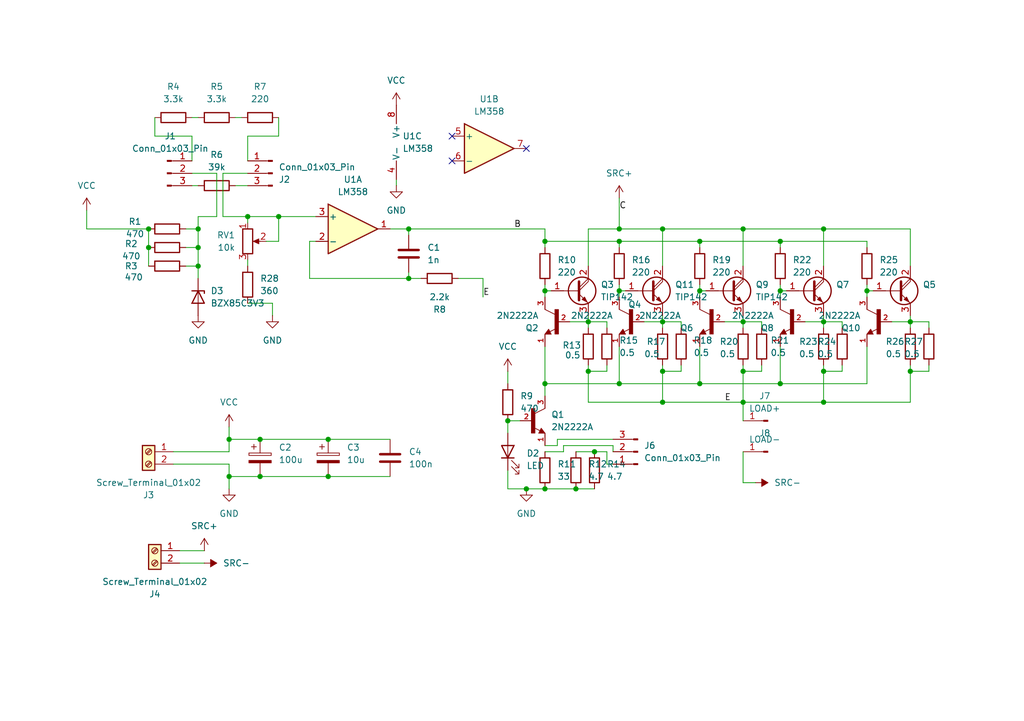
<source format=kicad_sch>
(kicad_sch (version 20250114) (generator "eeschema") (generator_version "9.0")
  (paper "A5")
  (title_block (title "Prueba Placa de Potencia") (date "2025-10-14") (rev "V1"))
  (lib_symbols
    (symbol "2N2222A:2N2222A" (pin_names (offset 1.016))
      (property "Reference" "Q" (at -10.16 7.62 0))
      (property "Value" "2N2222A" (at -10.16 -7.62 0))
      (symbol "2N2222A_0_0"
        (rectangle (start -0.254 -2.54) (end 0.508 2.54) (stroke (width 0.1)) (fill (type outline)))
        (polyline (pts (xy 1.27 -2.54) (xy 1.778 -1.524) (xy 2.54 -2.54) (xy 1.27 -2.54)) (stroke (width 0.1524)) (fill (type outline)))
        (polyline (pts (xy 1.54 -2.04) (xy 0.308 -1.424)) (stroke (width 0.1524)))
        (polyline (pts (xy 2.54 2.54) (xy 0.508 1.524)) (stroke (width 0.1524)))
        (pin passive line (at -2.54 0 0) (length 2.54) (name "~") (number "2"))
        (pin passive line (at 2.54 5.08 270) (length 2.54) (name "~") (number "3"))
        (pin passive line (at 2.54 -5.08 90) (length 2.54) (name "~") (number "1"))
      )
    )
    (symbol "Amplifier_Operational:LM358" (pin_names (offset 0.127))
      (property "Reference" "U" (at 0 5.08 0))
      (property "Value" "LM358" (at 0 -5.08 0))
      (symbol "LM358_1_1"
        (polyline (pts (xy -5.08 5.08) (xy 5.08 0) (xy -5.08 -5.08) (xy -5.08 5.08)) (stroke (width 0.254)) (fill (type background)))
        (pin input line (at -7.62 2.54 0) (length 2.54) (name "+") (number "3"))
        (pin input line (at -7.62 -2.54 0) (length 2.54) (name "-") (number "2"))
        (pin output line (at 7.62 0 180) (length 2.54) (name "~") (number "1"))
      )
      (symbol "LM358_2_1"
        (polyline (pts (xy -5.08 5.08) (xy 5.08 0) (xy -5.08 -5.08) (xy -5.08 5.08)) (stroke (width 0.254)) (fill (type background)))
        (pin input line (at -7.62 2.54 0) (length 2.54) (name "+") (number "5"))
        (pin input line (at -7.62 -2.54 0) (length 2.54) (name "-") (number "6"))
        (pin output line (at 7.62 0 180) (length 2.54) (name "~") (number "7"))
      )
      (symbol "LM358_3_1"
        (pin power_in line (at -2.54 7.62 270) (length 3.81) (name "V+") (number "8"))
        (pin power_in line (at -2.54 -7.62 90) (length 3.81) (name "V-") (number "4"))
      )
    )
    (symbol "Connector:Conn_01x01_Pin" (pin_names (offset 1.016) (hide yes))
      (property "Reference" "J" (at 0 2.54 0))
      (property "Value" "Conn_01x01_Pin" (at 0 -2.54 0))
      (symbol "Conn_01x01_Pin_1_1"
        (rectangle (start 0.8636 0.127) (end 0 -0.127) (stroke (width 0.1524)) (fill (type outline)))
        (polyline (pts (xy 1.27 0) (xy 0.8636 0)) (stroke (width 0.1524)))
        (pin passive line (at 5.08 0 180) (length 3.81) (name "Pin_1") (number "1"))
      )
    )
    (symbol "Connector:Conn_01x03_Pin" (pin_names (offset 1.016) (hide yes))
      (property "Reference" "J" (at 0 5.08 0))
      (property "Value" "Conn_01x03_Pin" (at 0 -5.08 0))
      (symbol "Conn_01x03_Pin_1_1"
        (rectangle (start 0.8636 2.667) (end 0 2.413) (stroke (width 0.1524)) (fill (type outline)))
        (rectangle (start 0.8636 0.127) (end 0 -0.127) (stroke (width 0.1524)) (fill (type outline)))
        (rectangle (start 0.8636 -2.413) (end 0 -2.667) (stroke (width 0.1524)) (fill (type outline)))
        (polyline (pts (xy 1.27 2.54) (xy 0.8636 2.54)) (stroke (width 0.1524)))
        (polyline (pts (xy 1.27 0) (xy 0.8636 0)) (stroke (width 0.1524)))
        (polyline (pts (xy 1.27 -2.54) (xy 0.8636 -2.54)) (stroke (width 0.1524)))
        (pin passive line (at 5.08 2.54 180) (length 3.81) (name "Pin_1") (number "1"))
        (pin passive line (at 5.08 0 180) (length 3.81) (name "Pin_2") (number "2"))
        (pin passive line (at 5.08 -2.54 180) (length 3.81) (name "Pin_3") (number "3"))
      )
    )
    (symbol "Connector:Screw_Terminal_01x02" (pin_names (offset 1.016) (hide yes))
      (property "Reference" "J" (at 0 2.54 0))
      (property "Value" "Screw_Terminal_01x02" (at 0 -5.08 0))
      (symbol "Screw_Terminal_01x02_1_1"
        (rectangle (start -1.27 1.27) (end 1.27 -3.81) (stroke (width 0.254)) (fill (type background)))
        (polyline (pts (xy -0.5334 0.3302) (xy 0.3302 -0.508)) (stroke (width 0.1524)))
        (polyline (pts (xy -0.5334 -2.2098) (xy 0.3302 -3.048)) (stroke (width 0.1524)))
        (polyline (pts (xy -0.3556 0.508) (xy 0.508 -0.3302)) (stroke (width 0.1524)))
        (polyline (pts (xy -0.3556 -2.032) (xy 0.508 -2.8702)) (stroke (width 0.1524)))
        (circle (center 0 0) (radius 0.635) (stroke (width 0.1524)))
        (circle (center 0 -2.54) (radius 0.635) (stroke (width 0.1524)))
        (pin passive line (at -5.08 0 0) (length 3.81) (name "Pin_1") (number "1"))
        (pin passive line (at -5.08 -2.54 0) (length 3.81) (name "Pin_2") (number "2"))
      )
    )
    (symbol "Device:C" (pin_numbers (hide yes)) (pin_names (offset 0.254))
      (property "Reference" "C" (at 0.635 2.54 0))
      (property "Value" "C" (at 0.635 -2.54 0))
      (symbol "C_0_1"
        (polyline (pts (xy -2.032 0.762) (xy 2.032 0.762)) (stroke (width 0.508)))
        (polyline (pts (xy -2.032 -0.762) (xy 2.032 -0.762)) (stroke (width 0.508)))
      )
      (symbol "C_1_1"
        (pin passive line (at 0 3.81 270) (length 2.794) (name "~") (number "1"))
        (pin passive line (at 0 -3.81 90) (length 2.794) (name "~") (number "2"))
      )
    )
    (symbol "Device:C_Polarized" (pin_numbers (hide yes)) (pin_names (offset 0.254))
      (property "Reference" "C" (at 0.635 2.54 0))
      (property "Value" "C_Polarized" (at 0.635 -2.54 0))
      (symbol "C_Polarized_0_1"
        (rectangle (start -2.286 0.508) (end 2.286 1.016))
        (polyline (pts (xy -1.778 2.286) (xy -0.762 2.286)))
        (polyline (pts (xy -1.27 2.794) (xy -1.27 1.778)))
        (rectangle (start 2.286 -0.508) (end -2.286 -1.016) (fill (type outline)))
      )
      (symbol "C_Polarized_1_1"
        (pin passive line (at 0 3.81 270) (length 2.794) (name "~") (number "1"))
        (pin passive line (at 0 -3.81 90) (length 2.794) (name "~") (number "2"))
      )
    )
    (symbol "Device:D_Zener" (pin_numbers (hide yes)) (pin_names (offset 1.016) (hide yes))
      (property "Reference" "D" (at 0 2.54 0))
      (property "Value" "D_Zener" (at 0 -2.54 0))
      (symbol "D_Zener_0_1"
        (polyline (pts (xy -1.27 -1.27) (xy -1.27 1.27) (xy -0.762 1.27)) (stroke (width 0.254)))
        (polyline (pts (xy 1.27 0) (xy -1.27 0)))
        (polyline (pts (xy 1.27 -1.27) (xy 1.27 1.27) (xy -1.27 0) (xy 1.27 -1.27)) (stroke (width 0.254)))
      )
      (symbol "D_Zener_1_1"
        (pin passive line (at -3.81 0 0) (length 2.54) (name "K") (number "1"))
        (pin passive line (at 3.81 0 180) (length 2.54) (name "A") (number "2"))
      )
    )
    (symbol "Device:LED" (pin_numbers (hide yes)) (pin_names (offset 1.016) (hide yes))
      (property "Reference" "D" (at 0 2.54 0))
      (property "Value" "LED" (at 0 -2.54 0))
      (symbol "LED_0_1"
        (polyline (pts (xy -3.048 -0.762) (xy -4.572 -2.286) (xy -3.81 -2.286) (xy -4.572 -2.286) (xy -4.572 -1.524)))
        (polyline (pts (xy -1.778 -0.762) (xy -3.302 -2.286) (xy -2.54 -2.286) (xy -3.302 -2.286) (xy -3.302 -1.524)))
        (polyline (pts (xy -1.27 0) (xy 1.27 0)))
        (polyline (pts (xy -1.27 -1.27) (xy -1.27 1.27)) (stroke (width 0.254)))
        (polyline (pts (xy 1.27 -1.27) (xy 1.27 1.27) (xy -1.27 0) (xy 1.27 -1.27)) (stroke (width 0.254)))
      )
      (symbol "LED_1_1"
        (pin passive line (at -3.81 0 0) (length 2.54) (name "K") (number "1"))
        (pin passive line (at 3.81 0 180) (length 2.54) (name "A") (number "2"))
      )
    )
    (symbol "Device:R" (pin_numbers (hide yes)) (pin_names (offset 0))
      (property "Reference" "R" (at 2.032 0 90))
      (property "Value" "R" (at 0 0 90))
      (symbol "R_0_1"
        (rectangle (start -1.016 -2.54) (end 1.016 2.54) (stroke (width 0.254)))
      )
      (symbol "R_1_1"
        (pin passive line (at 0 3.81 270) (length 1.27) (name "~") (number "1"))
        (pin passive line (at 0 -3.81 90) (length 1.27) (name "~") (number "2"))
      )
    )
    (symbol "Device:R_Potentiometer" (pin_names (offset 1.016) (hide yes))
      (property "Reference" "RV" (at -4.445 0 90))
      (property "Value" "R_Potentiometer" (at -2.54 0 90))
      (symbol "R_Potentiometer_0_1"
        (rectangle (start 1.016 2.54) (end -1.016 -2.54) (stroke (width 0.254)))
        (polyline (pts (xy 1.143 0) (xy 2.286 0.508) (xy 2.286 -0.508) (xy 1.143 0)) (fill (type outline)))
        (polyline (pts (xy 2.54 0) (xy 1.524 0)))
      )
      (symbol "R_Potentiometer_1_1"
        (pin passive line (at 0 3.81 270) (length 1.27) (name "1") (number "1"))
        (pin passive line (at 0 -3.81 90) (length 1.27) (name "3") (number "3"))
        (pin passive line (at 3.81 0 180) (length 1.27) (name "2") (number "2"))
      )
    )
    (symbol "Transistor_BJT:Q_NPN_Darlington_BCE" (pin_names (offset 0) (hide yes))
      (property "Reference" "Q" (at 4.572 1.27 0))
      (property "Value" "Q_NPN_Darlington_BCE" (at 4.572 -1.27 0))
      (symbol "Q_NPN_Darlington_BCE_0_1"
        (polyline (pts (xy -2.54 0) (xy 0.635 0)))
        (polyline (pts (xy 0.635 1.905) (xy 0.635 -1.905)) (stroke (width 0.508)))
        (polyline (pts (xy 0.635 0) (xy 2.54 1.905) (xy 2.54 2.54)))
        (circle (center 1.27 0) (radius 2.8194) (stroke (width 0.254)))
      )
      (symbol "Q_NPN_Darlington_BCE_1_1"
        (polyline (pts (xy 0.635 0.635) (xy 2.54 2.54)))
        (polyline (pts (xy 0.635 -0.635) (xy 2.54 -2.54)))
        (polyline (pts (xy 1.27 -1.778) (xy 1.778 -1.27) (xy 2.286 -2.286) (xy 1.27 -1.778)) (fill (type outline)))
        (pin input line (at -5.08 0 0) (length 2.54) (name "B") (number "1"))
        (pin passive line (at 2.54 5.08 270) (length 2.54) (name "C") (number "2"))
        (pin passive line (at 2.54 -5.08 90) (length 2.54) (name "E") (number "3"))
      )
    )
    (symbol "power:GND" (power) (pin_numbers (hide yes)) (pin_names (offset 0) (hide yes))
      (property "Value" "GND" (at 0 -3.81 0))
      (symbol "GND_0_1"
        (polyline (pts (xy 0 0) (xy 0 -1.27) (xy 1.27 -1.27) (xy 0 -2.54) (xy -1.27 -1.27) (xy 0 -1.27)))
      )
      (symbol "GND_1_1"
        (pin power_in line (at 0 0 270) (length 0) (name "~") (number "1"))
      )
    )
    (symbol "power:PRI_HI" (power) (pin_numbers (hide yes)) (pin_names (offset 0) (hide yes))
      (property "Value" "PRI_HI" (at 0 3.556 0))
      (symbol "PRI_HI_0_1"
        (polyline (pts (xy -0.762 1.27) (xy 0 2.54)))
        (polyline (pts (xy 0 2.54) (xy 0.762 1.27)))
        (polyline (pts (xy 0 0) (xy 0 2.54)))
      )
      (symbol "PRI_HI_1_1"
        (pin power_in line (at 0 0 90) (length 0) (name "~") (number "1"))
      )
    )
    (symbol "power:PRI_LO" (power) (pin_numbers (hide yes)) (pin_names (offset 0) (hide yes))
      (property "Value" "PRI_LO" (at 0 3.556 0))
      (symbol "PRI_LO_0_1"
        (polyline (pts (xy 0 0) (xy 0 2.54)))
        (polyline (pts (xy 0.762 1.27) (xy -0.762 1.27) (xy 0 2.54) (xy 0.762 1.27)) (fill (type outline)))
      )
      (symbol "PRI_LO_1_1"
        (pin power_in line (at 0 0 90) (length 0) (name "~") (number "1"))
      )
    )
    (symbol "power:VCC" (power) (pin_numbers (hide yes)) (pin_names (offset 0) (hide yes))
      (property "Value" "VCC" (at 0 3.556 0))
      (symbol "VCC_0_1"
        (polyline (pts (xy -0.762 1.27) (xy 0 2.54)))
        (polyline (pts (xy 0 2.54) (xy 0.762 1.27)))
        (polyline (pts (xy 0 0) (xy 0 2.54)))
      )
      (symbol "VCC_1_1"
        (pin power_in line (at 0 0 90) (length 0) (name "~") (number "1"))
      )
    )
  )
  (junction (at 120.65 76.2))
  (junction (at 143.51 49.53))
  (junction (at 53.34 97.79))
  (junction (at 168.91 82.55))
  (junction (at 83.82 46.99))
  (junction (at 30.48 46.99))
  (junction (at 46.99 90.17))
  (junction (at 57.15 44.45))
  (junction (at 135.89 76.2))
  (junction (at 40.64 46.99))
  (junction (at 46.99 97.79))
  (junction (at 40.64 50.8))
  (junction (at 107.95 100.33))
  (junction (at 152.4 82.55))
  (junction (at 127 49.53))
  (junction (at 168.91 46.99))
  (junction (at 111.76 49.53))
  (junction (at 83.82 57.15))
  (junction (at 118.11 100.33))
  (junction (at 168.91 66.04))
  (junction (at 152.4 76.2))
  (junction (at 111.76 78.74))
  (junction (at 152.4 46.99))
  (junction (at 160.02 78.74))
  (junction (at 177.8 59.69))
  (junction (at 152.4 66.04))
  (junction (at 111.76 59.69))
  (junction (at 120.65 66.04))
  (junction (at 127 46.99))
  (junction (at 186.69 66.04))
  (junction (at 127 59.69))
  (junction (at 143.51 78.74))
  (junction (at 143.51 59.69))
  (junction (at 67.31 97.79))
  (junction (at 104.14 86.36))
  (junction (at 168.91 76.2))
  (junction (at 127 78.74))
  (junction (at 67.31 90.17))
  (junction (at 50.8 44.45))
  (junction (at 40.64 54.61))
  (junction (at 111.76 100.33))
  (junction (at 121.92 92.71))
  (junction (at 160.02 59.69))
  (junction (at 30.48 50.8))
  (junction (at 160.02 49.53))
  (junction (at 135.89 46.99))
  (junction (at 135.89 66.04))
  (junction (at 186.69 76.2))
  (junction (at 135.89 82.55))
  (junction (at 53.34 90.17))
  (no_connect (at 107.95 30.48))
  (no_connect (at 92.71 33.02))
  (no_connect (at 92.71 27.94))
  (wire (pts (xy 50.8 27.94) (xy 50.8 33.02)))
  (wire (pts (xy 81.28 36.83) (xy 81.28 38.1)))
  (wire (pts (xy 111.76 78.74) (xy 111.76 81.28)))
  (wire (pts (xy 143.51 71.12) (xy 143.51 78.74)))
  (wire (pts (xy 135.89 46.99) (xy 152.4 46.99)))
  (wire (pts (xy 120.65 76.2) (xy 120.65 82.55)))
  (wire (pts (xy 177.8 71.12) (xy 177.8 78.74)))
  (wire (pts (xy 63.5 57.15) (xy 63.5 49.53)))
  (wire (pts (xy 30.48 50.8) (xy 30.48 54.61)))
  (wire (pts (xy 139.7 74.93) (xy 139.7 76.2)))
  (wire (pts (xy 177.8 59.69) (xy 179.07 59.69)))
  (wire (pts (xy 50.8 62.23) (xy 55.88 62.23)))
  (wire (pts (xy 172.72 76.2) (xy 168.91 76.2)))
  (wire (pts (xy 40.64 44.45) (xy 44.45 44.45)))
  (wire (pts (xy 168.91 76.2) (xy 168.91 74.93)))
  (wire (pts (xy 115.57 92.71) (xy 115.57 91.44)))
  (wire (pts (xy 186.69 76.2) (xy 186.69 82.55)))
  (wire (pts (xy 127 59.69) (xy 128.27 59.69)))
  (wire (pts (xy 50.8 44.45) (xy 50.8 45.72)))
  (wire (pts (xy 186.69 66.04) (xy 190.5 66.04)))
  (wire (pts (xy 160.02 58.42) (xy 160.02 59.69)))
  (wire (pts (xy 186.69 46.99) (xy 186.69 54.61)))
  (wire (pts (xy 120.65 66.04) (xy 124.46 66.04)))
  (wire (pts (xy 124.46 95.25) (xy 125.73 95.25)))
  (wire (pts (xy 135.89 66.04) (xy 139.7 66.04)))
  (wire (pts (xy 127 49.53) (xy 127 50.8)))
  (wire (pts (xy 118.11 100.33) (xy 121.92 100.33)))
  (wire (pts (xy 83.82 46.99) (xy 83.82 48.26)))
  (wire (pts (xy 152.4 64.77) (xy 152.4 66.04)))
  (wire (pts (xy 44.45 35.56) (xy 39.37 35.56)))
  (wire (pts (xy 186.69 66.04) (xy 186.69 67.31)))
  (wire (pts (xy 160.02 71.12) (xy 160.02 78.74)))
  (wire (pts (xy 127 58.42) (xy 127 59.69)))
  (wire (pts (xy 39.37 38.1) (xy 40.64 38.1)))
  (wire (pts (xy 121.92 92.71) (xy 124.46 92.71)))
  (wire (pts (xy 104.14 96.52) (xy 104.14 100.33)))
  (wire (pts (xy 135.89 64.77) (xy 135.89 66.04)))
  (wire (pts (xy 39.37 33.02) (xy 39.37 27.94)))
  (wire (pts (xy 116.84 66.04) (xy 120.65 66.04)))
  (wire (pts (xy 186.69 76.2) (xy 186.69 74.93)))
  (wire (pts (xy 177.8 59.69) (xy 177.8 60.96)))
  (wire (pts (xy 152.4 76.2) (xy 152.4 74.93)))
  (wire (pts (xy 120.65 76.2) (xy 120.65 74.93)))
  (wire (pts (xy 143.51 78.74) (xy 160.02 78.74)))
  (wire (pts (xy 99.06 57.15) (xy 99.06 60.96)))
  (wire (pts (xy 190.5 66.04) (xy 190.5 67.31)))
  (wire (pts (xy 111.76 71.12) (xy 111.76 78.74)))
  (wire (pts (xy 143.51 59.69) (xy 143.51 60.96)))
  (wire (pts (xy 46.99 97.79) (xy 46.99 100.33)))
  (wire (pts (xy 35.56 92.71) (xy 46.99 92.71)))
  (wire (pts (xy 111.76 59.69) (xy 113.03 59.69)))
  (wire (pts (xy 120.65 46.99) (xy 127 46.99)))
  (wire (pts (xy 111.76 100.33) (xy 118.11 100.33)))
  (wire (pts (xy 111.76 49.53) (xy 111.76 50.8)))
  (wire (pts (xy 156.21 66.04) (xy 156.21 67.31)))
  (wire (pts (xy 31.75 24.13) (xy 31.75 27.94)))
  (wire (pts (xy 57.15 44.45) (xy 64.77 44.45)))
  (wire (pts (xy 135.89 46.99) (xy 135.89 54.61)))
  (wire (pts (xy 48.26 38.1) (xy 50.8 38.1)))
  (wire (pts (xy 120.65 64.77) (xy 120.65 66.04)))
  (wire (pts (xy 139.7 66.04) (xy 139.7 67.31)))
  (wire (pts (xy 124.46 74.93) (xy 124.46 76.2)))
  (wire (pts (xy 143.51 58.42) (xy 143.51 59.69)))
  (wire (pts (xy 135.89 66.04) (xy 135.89 67.31)))
  (wire (pts (xy 143.51 49.53) (xy 160.02 49.53)))
  (wire (pts (xy 54.61 49.53) (xy 57.15 49.53)))
  (wire (pts (xy 132.08 66.04) (xy 135.89 66.04)))
  (wire (pts (xy 165.1 66.04) (xy 168.91 66.04)))
  (wire (pts (xy 152.4 46.99) (xy 152.4 54.61)))
  (wire (pts (xy 17.78 46.99) (xy 30.48 46.99)))
  (wire (pts (xy 160.02 49.53) (xy 160.02 50.8)))
  (wire (pts (xy 120.65 46.99) (xy 120.65 54.61)))
  (wire (pts (xy 45.72 44.45) (xy 50.8 44.45)))
  (wire (pts (xy 104.14 76.2) (xy 104.14 78.74)))
  (wire (pts (xy 36.83 115.57) (xy 41.91 115.57)))
  (wire (pts (xy 177.8 49.53) (xy 177.8 50.8)))
  (wire (pts (xy 107.95 100.33) (xy 104.14 100.33)))
  (wire (pts (xy 44.45 35.56) (xy 44.45 44.45)))
  (wire (pts (xy 111.76 46.99) (xy 83.82 46.99)))
  (wire (pts (xy 83.82 57.15) (xy 86.36 57.15)))
  (wire (pts (xy 39.37 24.13) (xy 40.64 24.13)))
  (wire (pts (xy 55.88 62.23) (xy 55.88 64.77)))
  (wire (pts (xy 83.82 46.99) (xy 80.01 46.99)))
  (wire (pts (xy 127 40.64) (xy 127 46.99)))
  (wire (pts (xy 17.78 43.18) (xy 17.78 46.99)))
  (wire (pts (xy 127 46.99) (xy 135.89 46.99)))
  (wire (pts (xy 83.82 55.88) (xy 83.82 57.15)))
  (wire (pts (xy 114.3 91.44) (xy 114.3 90.17)))
  (wire (pts (xy 127 59.69) (xy 127 60.96)))
  (wire (pts (xy 168.91 66.04) (xy 168.91 67.31)))
  (wire (pts (xy 114.3 90.17) (xy 125.73 90.17)))
  (wire (pts (xy 127 49.53) (xy 111.76 49.53)))
  (wire (pts (xy 152.4 82.55) (xy 168.91 82.55)))
  (wire (pts (xy 168.91 64.77) (xy 168.91 66.04)))
  (wire (pts (xy 111.76 49.53) (xy 111.76 46.99)))
  (wire (pts (xy 125.73 91.44) (xy 125.73 92.71)))
  (wire (pts (xy 93.98 57.15) (xy 99.06 57.15)))
  (wire (pts (xy 124.46 66.04) (xy 124.46 67.31)))
  (wire (pts (xy 46.99 87.63) (xy 46.99 90.17)))
  (wire (pts (xy 38.1 54.61) (xy 40.64 54.61)))
  (wire (pts (xy 172.72 74.93) (xy 172.72 76.2)))
  (wire (pts (xy 111.76 59.69) (xy 111.76 60.96)))
  (wire (pts (xy 53.34 97.79) (xy 67.31 97.79)))
  (wire (pts (xy 143.51 59.69) (xy 144.78 59.69)))
  (wire (pts (xy 111.76 58.42) (xy 111.76 59.69)))
  (wire (pts (xy 46.99 90.17) (xy 53.34 90.17)))
  (wire (pts (xy 190.5 76.2) (xy 186.69 76.2)))
  (wire (pts (xy 152.4 46.99) (xy 168.91 46.99)))
  (wire (pts (xy 152.4 76.2) (xy 152.4 82.55)))
  (wire (pts (xy 115.57 91.44) (xy 125.73 91.44)))
  (wire (pts (xy 118.11 92.71) (xy 121.92 92.71)))
  (wire (pts (xy 152.4 82.55) (xy 152.4 86.36)))
  (wire (pts (xy 168.91 46.99) (xy 168.91 54.61)))
  (wire (pts (xy 154.94 99.06) (xy 152.4 99.06)))
  (wire (pts (xy 120.65 66.04) (xy 120.65 67.31)))
  (wire (pts (xy 50.8 44.45) (xy 57.15 44.45)))
  (wire (pts (xy 57.15 24.13) (xy 57.15 27.94)))
  (wire (pts (xy 135.89 82.55) (xy 152.4 82.55)))
  (wire (pts (xy 50.8 53.34) (xy 50.8 54.61)))
  (wire (pts (xy 160.02 59.69) (xy 160.02 60.96)))
  (wire (pts (xy 182.88 66.04) (xy 186.69 66.04)))
  (wire (pts (xy 83.82 57.15) (xy 63.5 57.15)))
  (wire (pts (xy 38.1 50.8) (xy 40.64 50.8)))
  (wire (pts (xy 36.83 113.03) (xy 41.91 113.03)))
  (wire (pts (xy 45.72 35.56) (xy 45.72 44.45)))
  (wire (pts (xy 67.31 97.79) (xy 80.01 97.79)))
  (wire (pts (xy 124.46 92.71) (xy 124.46 95.25)))
  (wire (pts (xy 156.21 76.2) (xy 152.4 76.2)))
  (wire (pts (xy 168.91 66.04) (xy 172.72 66.04)))
  (wire (pts (xy 124.46 76.2) (xy 120.65 76.2)))
  (wire (pts (xy 30.48 46.99) (xy 30.48 50.8)))
  (wire (pts (xy 127 71.12) (xy 127 78.74)))
  (wire (pts (xy 46.99 90.17) (xy 46.99 92.71)))
  (wire (pts (xy 63.5 49.53) (xy 64.77 49.53)))
  (wire (pts (xy 40.64 46.99) (xy 40.64 50.8)))
  (wire (pts (xy 156.21 74.93) (xy 156.21 76.2)))
  (wire (pts (xy 111.76 92.71) (xy 115.57 92.71)))
  (wire (pts (xy 168.91 76.2) (xy 168.91 82.55)))
  (wire (pts (xy 111.76 78.74) (xy 127 78.74)))
  (wire (pts (xy 57.15 49.53) (xy 57.15 44.45)))
  (wire (pts (xy 38.1 46.99) (xy 40.64 46.99)))
  (wire (pts (xy 160.02 59.69) (xy 161.29 59.69)))
  (wire (pts (xy 177.8 58.42) (xy 177.8 59.69)))
  (wire (pts (xy 172.72 66.04) (xy 172.72 67.31)))
  (wire (pts (xy 35.56 95.25) (xy 46.99 95.25)))
  (wire (pts (xy 152.4 66.04) (xy 156.21 66.04)))
  (wire (pts (xy 143.51 49.53) (xy 143.51 50.8)))
  (wire (pts (xy 40.64 50.8) (xy 40.64 54.61)))
  (wire (pts (xy 48.26 24.13) (xy 49.53 24.13)))
  (wire (pts (xy 120.65 82.55) (xy 135.89 82.55)))
  (wire (pts (xy 39.37 27.94) (xy 31.75 27.94)))
  (wire (pts (xy 143.51 49.53) (xy 127 49.53)))
  (wire (pts (xy 143.51 78.74) (xy 127 78.74)))
  (wire (pts (xy 40.64 54.61) (xy 40.64 57.15)))
  (wire (pts (xy 186.69 64.77) (xy 186.69 66.04)))
  (wire (pts (xy 152.4 66.04) (xy 152.4 67.31)))
  (wire (pts (xy 148.59 66.04) (xy 152.4 66.04)))
  (wire (pts (xy 104.14 86.36) (xy 104.14 88.9)))
  (wire (pts (xy 168.91 46.99) (xy 186.69 46.99)))
  (wire (pts (xy 160.02 78.74) (xy 177.8 78.74)))
  (wire (pts (xy 160.02 49.53) (xy 177.8 49.53)))
  (wire (pts (xy 46.99 97.79) (xy 53.34 97.79)))
  (wire (pts (xy 46.99 95.25) (xy 46.99 97.79)))
  (wire (pts (xy 67.31 90.17) (xy 80.01 90.17)))
  (wire (pts (xy 40.64 46.99) (xy 40.64 44.45)))
  (wire (pts (xy 139.7 76.2) (xy 135.89 76.2)))
  (wire (pts (xy 45.72 35.56) (xy 50.8 35.56)))
  (wire (pts (xy 135.89 76.2) (xy 135.89 82.55)))
  (wire (pts (xy 190.5 74.93) (xy 190.5 76.2)))
  (wire (pts (xy 135.89 76.2) (xy 135.89 74.93)))
  (wire (pts (xy 53.34 90.17) (xy 67.31 90.17)))
  (wire (pts (xy 152.4 92.71) (xy 152.4 99.06)))
  (wire (pts (xy 168.91 82.55) (xy 186.69 82.55)))
  (wire (pts (xy 107.95 100.33) (xy 111.76 100.33)))
  (wire (pts (xy 111.76 91.44) (xy 114.3 91.44)))
  (wire (pts (xy 57.15 27.94) (xy 50.8 27.94)))
  (wire (pts (xy 104.14 86.36) (xy 106.68 86.36)))
  (label "E" (at 148.59 82.55 0))
  (label "B" (at 105.41 46.99 0))
  (label "E" (at 99.06 60.96 0))
  (label "C" (at 127 43.18 0))
  (symbol (lib_id "power:PRI_HI") (at 127 40.64 0) (unit 1)
    (property "Reference" "#PWR012" (effects (hide yes)))
    (property "Value" "SRC+" (at 127 35.56 0))
    (property "Description" "Power symbol creates a global label with name \"PRI_HI\"" (effects (hide yes)))
  )
  (symbol (lib_id "Device:R") (at 139.7 71.12 0) (unit 1)
    (property "Reference" "R18" (at 142.24 69.8499 0) (effects (justify left)))
    (property "Value" "0.5" (at 142.24 72.3899 0) (effects (justify left)))
    (property "Footprint" "Resistor_THT:R_Axial_DIN0309_L9.0mm_D3.2mm_P12.70mm_Horizontal" (effects (hide yes)))
    (property "Description" "Resistor" (effects (hide yes)))
  )
  (symbol (lib_id "power:GND") (at 81.28 38.1 0) (unit 1)
    (property "Reference" "#PWR04" (effects (hide yes)))
    (property "Value" "GND" (at 81.28 43.18 0))
    (property "Description" "Power symbol creates a global label with name \"GND\" , ground" (effects (hide yes)))
  )
  (symbol (lib_id "Device:R") (at 111.76 54.61 0) (unit 1)
    (property "Reference" "R10" (at 114.3 53.3399 0) (effects (justify left)))
    (property "Value" "220" (at 114.3 55.8799 0) (effects (justify left)))
    (property "Footprint" "Resistor_THT:R_Axial_DIN0207_L6.3mm_D2.5mm_P7.62mm_Horizontal" (effects (hide yes)))
    (property "Description" "Resistor" (effects (hide yes)))
  )
  (symbol (lib_id "Device:R") (at 53.34 24.13 90) (unit 1)
    (property "Reference" "R7" (at 53.34 17.78 90))
    (property "Value" "220" (at 53.34 20.32 90))
    (property "Footprint" "Resistor_THT:R_Axial_DIN0207_L6.3mm_D2.5mm_P7.62mm_Horizontal" (effects (hide yes)))
    (property "Description" "Resistor" (effects (hide yes)))
  )
  (symbol (lib_id "Device:R") (at 168.91 71.12 0) (unit 1)
    (property "Reference" "R23" (at 163.83 70.104 0) (effects (justify left)))
    (property "Value" "0.5" (at 163.83 72.644 0) (effects (justify left)))
    (property "Footprint" "Resistor_THT:R_Axial_DIN0309_L9.0mm_D3.2mm_P12.70mm_Horizontal" (effects (hide yes)))
    (property "Description" "Resistor" (effects (hide yes)))
  )
  (symbol (lib_id "Device:R") (at 118.11 96.52 0) (unit 1)
    (property "Reference" "R12" (at 120.65 95.2499 0) (effects (justify left)))
    (property "Value" "4.7" (at 120.65 97.7899 0) (effects (justify left)))
    (property "Footprint" "Resistor_THT:R_Axial_DIN0207_L6.3mm_D2.5mm_P7.62mm_Horizontal" (effects (hide yes)))
    (property "Description" "Resistor" (effects (hide yes)))
  )
  (symbol (lib_id "power:GND") (at 46.99 100.33 0) (unit 1)
    (property "Reference" "#PWR08" (effects (hide yes)))
    (property "Value" "GND" (at 46.99 105.41 0))
    (property "Description" "Power symbol creates a global label with name \"GND\" , ground" (effects (hide yes)))
  )
  (symbol (lib_id "Device:R") (at 152.4 71.12 0) (unit 1)
    (property "Reference" "R20" (at 147.574 70.104 0) (effects (justify left)))
    (property "Value" "0.5" (at 147.574 72.644 0) (effects (justify left)))
    (property "Footprint" "Resistor_THT:R_Axial_DIN0309_L9.0mm_D3.2mm_P12.70mm_Horizontal" (effects (hide yes)))
    (property "Description" "Resistor" (effects (hide yes)))
  )
  (symbol (lib_id "2N2222A:2N2222A") (at 109.22 86.36 0) (unit 1)
    (property "Reference" "Q1" (at 113.03 85.0899 0) (effects (justify left)))
    (property "Value" "2N2222A" (at 113.03 87.6299 0) (effects (justify left)))
    (property "Footprint" "Package_TO_SOT_THT:TO-92L_Inline_Wide" (effects (hide yes)))
    (property "MF" "Diotec Semiconductor" (effects (hide yes)))
    (property "SNAPEDA_PACKAGE_ID" "121774" (effects (hide yes)))
    (property "Package" "TO-92 Diotec" (effects (hide yes)))
    (property "Price" "None" (effects (hide yes)))
    (property "Check_prices" "https://www.snapeda.com/parts/2N2222A/Diotec/view-part/?ref=eda" (effects (hide yes)))
    (property "STANDARD" "IPC 7351B" (effects (hide yes)))
    (property "PARTREV" "N/A" (effects (hide yes)))
    (property "SnapEDA_Link" "https://www.snapeda.com/parts/2N2222A/Diotec/view-part/?ref=snap" (effects (hide yes)))
    (property "MP" "2N2222A" (effects (hide yes)))
    (property "Description_1" "BJT, TO-92, 40V, 600mA, NPN, 0.625W, 150°C" (effects (hide yes)))
    (property "MANUFACTURER" "Diotec Semiconductor" (effects (hide yes)))
    (property "Availability" "In Stock" (effects (hide yes)))
    (property "MAXIMUM_PACKAGE_HEIGHT" "7.5 mm" (effects (hide yes)))
  )
  (symbol (lib_id "Device:R") (at 172.72 71.12 0) (unit 1)
    (property "Reference" "R24" (at 167.64 70.104 0) (effects (justify left)))
    (property "Value" "0.5" (at 167.64 72.644 0) (effects (justify left)))
    (property "Footprint" "Resistor_THT:R_Axial_DIN0309_L9.0mm_D3.2mm_P12.70mm_Horizontal" (effects (hide yes)))
    (property "Description" "Resistor" (effects (hide yes)))
  )
  (symbol (lib_id "Device:R") (at 160.02 54.61 0) (unit 1)
    (property "Reference" "R22" (at 162.56 53.3399 0) (effects (justify left)))
    (property "Value" "220" (at 162.56 55.8799 0) (effects (justify left)))
    (property "Footprint" "Resistor_THT:R_Axial_DIN0207_L6.3mm_D2.5mm_P7.62mm_Horizontal" (effects (hide yes)))
    (property "Description" "Resistor" (effects (hide yes)))
  )
  (symbol (lib_id "Connector:Screw_Terminal_01x02") (at 31.75 113.03 0) (mirror y) (unit 1)
    (property "Reference" "J4" (at 31.75 121.92 0))
    (property "Value" "Screw_Terminal_01x02" (at 31.75 119.38 0))
    (property "Footprint" "TerminalBlock_4Ucon:TerminalBlock_4Ucon_1x02_P3.50mm_Horizontal" (effects (hide yes)))
    (property "Description" "Generic screw terminal, single row, 01x02, script generated (kicad-library-utils/schlib/autogen/connector/)" (effects (hide yes)))
  )
  (symbol (lib_id "Device:R") (at 34.29 46.99 90) (unit 1)
    (property "Reference" "R1" (at 27.686 45.466 90))
    (property "Value" "470" (at 27.686 48.006 90))
    (property "Footprint" "Resistor_THT:R_Axial_DIN0207_L6.3mm_D2.5mm_P7.62mm_Horizontal" (effects (hide yes)))
    (property "Description" "Resistor" (effects (hide yes)))
  )
  (symbol (lib_id "Device:R") (at 190.5 71.12 0) (unit 1)
    (property "Reference" "R27" (at 185.42 70.104 0) (effects (justify left)))
    (property "Value" "0.5" (at 185.42 72.644 0) (effects (justify left)))
    (property "Footprint" "Resistor_THT:R_Axial_DIN0309_L9.0mm_D3.2mm_P12.70mm_Horizontal" (effects (hide yes)))
    (property "Description" "Resistor" (effects (hide yes)))
  )
  (symbol (lib_id "Device:LED") (at 104.14 92.71 90) (unit 1)
    (property "Reference" "D2" (at 107.95 93.0274 90) (effects (justify right)))
    (property "Value" "LED" (at 107.95 95.5674 90) (effects (justify right)))
    (property "Footprint" "LED_THT:LED_D3.0mm" (effects (hide yes)))
    (property "Description" "Light emitting diode" (effects (hide yes)))
    (property "Sim.Pins" "1=K 2=A" (effects (hide yes)))
  )
  (symbol (lib_id "power:VCC") (at 46.99 87.63 0) (unit 1)
    (property "Reference" "#PWR09" (effects (hide yes)))
    (property "Value" "VCC" (at 46.99 82.55 0))
    (property "Description" "Power symbol creates a global label with name \"VCC\"" (effects (hide yes)))
  )
  (symbol (lib_id "Connector:Conn_01x03_Pin") (at 55.88 35.56 0) (mirror y) (unit 1)
    (property "Reference" "J2" (at 57.15 36.8301 0) (effects (justify right)))
    (property "Value" "Conn_01x03_Pin" (at 57.15 34.2901 0) (effects (justify right)))
    (property "Footprint" "Connector_PinHeader_2.54mm:PinHeader_1x03_P2.54mm_Vertical" (effects (hide yes)))
    (property "Description" "Generic connector, single row, 01x03, script generated" (effects (hide yes)))
  )
  (symbol (lib_id "2N2222A:2N2222A") (at 162.56 66.04 0) (mirror y) (unit 1)
    (property "Reference" "Q8" (at 158.75 67.3101 0) (effects (justify left)))
    (property "Value" "2N2222A" (at 158.75 64.7701 0) (effects (justify left)))
    (property "Footprint" "Package_TO_SOT_THT:TO-92L_Inline_Wide" (effects (hide yes)))
    (property "MF" "Diotec Semiconductor" (effects (hide yes)))
    (property "SNAPEDA_PACKAGE_ID" "121774" (effects (hide yes)))
    (property "Package" "TO-92 Diotec" (effects (hide yes)))
    (property "Price" "None" (effects (hide yes)))
    (property "Check_prices" "https://www.snapeda.com/parts/2N2222A/Diotec/view-part/?ref=eda" (effects (hide yes)))
    (property "STANDARD" "IPC 7351B" (effects (hide yes)))
    (property "PARTREV" "N/A" (effects (hide yes)))
    (property "SnapEDA_Link" "https://www.snapeda.com/parts/2N2222A/Diotec/view-part/?ref=snap" (effects (hide yes)))
    (property "MP" "2N2222A" (effects (hide yes)))
    (property "Description_1" "BJT, TO-92, 40V, 600mA, NPN, 0.625W, 150°C" (effects (hide yes)))
    (property "MANUFACTURER" "Diotec Semiconductor" (effects (hide yes)))
    (property "Availability" "In Stock" (effects (hide yes)))
    (property "MAXIMUM_PACKAGE_HEIGHT" "7.5 mm" (effects (hide yes)))
  )
  (symbol (lib_id "Device:R") (at 50.8 58.42 0) (unit 1)
    (property "Reference" "R28" (at 53.34 57.1499 0) (effects (justify left)))
    (property "Value" "360" (at 53.34 59.6899 0) (effects (justify left)))
    (property "Footprint" "Resistor_THT:R_Axial_DIN0207_L6.3mm_D2.5mm_P7.62mm_Horizontal" (effects (hide yes)))
    (property "Description" "Resistor" (effects (hide yes)))
  )
  (symbol (lib_id "Device:R") (at 34.29 54.61 90) (unit 1)
    (property "Reference" "R3" (at 26.924 54.61 90))
    (property "Value" "470" (at 27.432 56.896 90))
    (property "Footprint" "Resistor_THT:R_Axial_DIN0207_L6.3mm_D2.5mm_P7.62mm_Horizontal" (effects (hide yes)))
    (property "Description" "Resistor" (effects (hide yes)))
  )
  (symbol (lib_id "2N2222A:2N2222A") (at 146.05 66.04 0) (mirror y) (unit 1)
    (property "Reference" "Q6" (at 142.24 67.3101 0) (effects (justify left)))
    (property "Value" "2N2222A" (at 139.7 64.77 0) (effects (justify left)))
    (property "Footprint" "Package_TO_SOT_THT:TO-92L_Inline_Wide" (effects (hide yes)))
    (property "MF" "Diotec Semiconductor" (effects (hide yes)))
    (property "SNAPEDA_PACKAGE_ID" "121774" (effects (hide yes)))
    (property "Package" "TO-92 Diotec" (effects (hide yes)))
    (property "Price" "None" (effects (hide yes)))
    (property "Check_prices" "https://www.snapeda.com/parts/2N2222A/Diotec/view-part/?ref=eda" (effects (hide yes)))
    (property "STANDARD" "IPC 7351B" (effects (hide yes)))
    (property "PARTREV" "N/A" (effects (hide yes)))
    (property "SnapEDA_Link" "https://www.snapeda.com/parts/2N2222A/Diotec/view-part/?ref=snap" (effects (hide yes)))
    (property "MP" "2N2222A" (effects (hide yes)))
    (property "Description_1" "BJT, TO-92, 40V, 600mA, NPN, 0.625W, 150°C" (effects (hide yes)))
    (property "MANUFACTURER" "Diotec Semiconductor" (effects (hide yes)))
    (property "Availability" "In Stock" (effects (hide yes)))
    (property "MAXIMUM_PACKAGE_HEIGHT" "7.5 mm" (effects (hide yes)))
  )
  (symbol (lib_id "power:PRI_HI") (at 41.91 113.03 0) (unit 1)
    (property "Reference" "#PWR05" (effects (hide yes)))
    (property "Value" "SRC+" (at 41.91 107.95 0))
    (property "Description" "Power symbol creates a global label with name \"PRI_HI\"" (effects (hide yes)))
  )
  (symbol (lib_id "Transistor_BJT:Q_NPN_Darlington_BCE") (at 149.86 59.69 0) (unit 1)
    (property "Reference" "Q9" (at 154.94 58.4199 0) (effects (justify left)))
    (property "Value" "TIP142" (at 154.94 60.9599 0) (effects (justify left)))
    (property "Footprint" "Package_TO_SOT_THT:TO-247-3_Vertical" (effects (hide yes)))
    (property "Description" "NPN Darlington transistor, base/collector/emitter" (effects (hide yes)))
  )
  (symbol (lib_id "Device:R") (at 104.14 82.55 0) (unit 1)
    (property "Reference" "R9" (at 106.68 81.2799 0) (effects (justify left)))
    (property "Value" "470" (at 106.68 83.8199 0) (effects (justify left)))
    (property "Footprint" "Resistor_THT:R_Axial_DIN0207_L6.3mm_D2.5mm_P7.62mm_Horizontal" (effects (hide yes)))
    (property "Description" "Resistor" (effects (hide yes)))
  )
  (symbol (lib_id "Device:R") (at 143.51 54.61 0) (unit 1)
    (property "Reference" "R19" (at 146.05 53.3399 0) (effects (justify left)))
    (property "Value" "220" (at 146.05 55.8799 0) (effects (justify left)))
    (property "Footprint" "Resistor_THT:R_Axial_DIN0207_L6.3mm_D2.5mm_P7.62mm_Horizontal" (effects (hide yes)))
    (property "Description" "Resistor" (effects (hide yes)))
  )
  (symbol (lib_id "power:GND") (at 55.88 64.77 0) (unit 1)
    (property "Reference" "#PWR02" (effects (hide yes)))
    (property "Value" "GND" (at 55.88 69.85 0))
    (property "Description" "Power symbol creates a global label with name \"GND\" , ground" (effects (hide yes)))
  )
  (symbol (lib_id "Device:R") (at 35.56 24.13 90) (unit 1)
    (property "Reference" "R4" (at 35.56 17.78 90))
    (property "Value" "3.3k" (at 35.56 20.32 90))
    (property "Footprint" "Resistor_THT:R_Axial_DIN0207_L6.3mm_D2.5mm_P7.62mm_Horizontal" (effects (hide yes)))
    (property "Description" "Resistor" (effects (hide yes)))
  )
  (symbol (lib_id "Transistor_BJT:Q_NPN_Darlington_BCE") (at 118.11 59.69 0) (unit 1)
    (property "Reference" "Q3" (at 123.19 58.4199 0) (effects (justify left)))
    (property "Value" "TIP142" (at 123.19 60.9599 0) (effects (justify left)))
    (property "Footprint" "Package_TO_SOT_THT:TO-247-3_Vertical" (effects (hide yes)))
    (property "Description" "NPN Darlington transistor, base/collector/emitter" (effects (hide yes)))
  )
  (symbol (lib_id "Device:R") (at 177.8 54.61 0) (unit 1)
    (property "Reference" "R25" (at 180.34 53.3399 0) (effects (justify left)))
    (property "Value" "220" (at 180.34 55.8799 0) (effects (justify left)))
    (property "Footprint" "Resistor_THT:R_Axial_DIN0207_L6.3mm_D2.5mm_P7.62mm_Horizontal" (effects (hide yes)))
    (property "Description" "Resistor" (effects (hide yes)))
  )
  (symbol (lib_id "Connector:Conn_01x01_Pin") (at 157.48 86.36 180) (unit 1)
    (property "Reference" "J7" (at 156.845 81.28 0))
    (property "Value" "LOAD+" (at 156.845 83.82 0))
    (property "Footprint" "MountingHole:MountingHole_4.3mm_M4_DIN965_Pad" (effects (hide yes)))
    (property "Description" "Generic connector, single row, 01x01, script generated" (effects (hide yes)))
  )
  (symbol (lib_id "Device:R") (at 44.45 38.1 90) (unit 1)
    (property "Reference" "R6" (at 44.45 31.75 90))
    (property "Value" "39k" (at 44.45 34.29 90))
    (property "Footprint" "Resistor_THT:R_Axial_DIN0207_L6.3mm_D2.5mm_P7.62mm_Horizontal" (effects (hide yes)))
    (property "Description" "Resistor" (effects (hide yes)))
  )
  (symbol (lib_id "Device:D_Zener") (at 40.64 60.96 270) (unit 1)
    (property "Reference" "D3" (at 43.18 59.6899 90) (effects (justify left)))
    (property "Value" "BZX85C3V3" (at 43.18 62.2299 90) (effects (justify left)))
    (property "Footprint" "Diode_THT:D_T-1_P5.08mm_Horizontal" (effects (hide yes)))
    (property "Description" "Zener diode" (effects (hide yes)))
  )
  (symbol (lib_id "Device:R") (at 186.69 71.12 0) (unit 1)
    (property "Reference" "R26" (at 181.61 70.104 0) (effects (justify left)))
    (property "Value" "0.5" (at 181.61 72.644 0) (effects (justify left)))
    (property "Footprint" "Resistor_THT:R_Axial_DIN0309_L9.0mm_D3.2mm_P12.70mm_Horizontal" (effects (hide yes)))
    (property "Description" "Resistor" (effects (hide yes)))
  )
  (symbol (lib_id "Connector:Screw_Terminal_01x02") (at 30.48 92.71 0) (mirror y) (unit 1)
    (property "Reference" "J3" (at 30.48 101.6 0))
    (property "Value" "Screw_Terminal_01x02" (at 30.48 99.06 0))
    (property "Footprint" "TerminalBlock_4Ucon:TerminalBlock_4Ucon_1x02_P3.50mm_Horizontal" (effects (hide yes)))
    (property "Description" "Generic screw terminal, single row, 01x02, script generated (kicad-library-utils/schlib/autogen/connector/)" (effects (hide yes)))
  )
  (symbol (lib_id "power:VCC") (at 104.14 76.2 0) (unit 1)
    (property "Reference" "#PWR010" (effects (hide yes)))
    (property "Value" "VCC" (at 104.14 71.12 0))
    (property "Description" "Power symbol creates a global label with name \"VCC\"" (effects (hide yes)))
  )
  (symbol (lib_id "Transistor_BJT:Q_NPN_Darlington_BCE") (at 166.37 59.69 0) (unit 1)
    (property "Reference" "Q7" (at 171.45 58.4199 0) (effects (justify left)))
    (property "Value" "TIP142" (effects (hide yes)))
    (property "Footprint" "Package_TO_SOT_THT:TO-247-3_Vertical" (effects (hide yes)))
    (property "Description" "NPN Darlington transistor, base/collector/emitter" (effects (hide yes)))
  )
  (symbol (lib_id "power:GND") (at 40.64 64.77 0) (unit 1)
    (property "Reference" "#PWR01" (effects (hide yes)))
    (property "Value" "GND" (at 40.64 69.85 0))
    (property "Description" "Power symbol creates a global label with name \"GND\" , ground" (effects (hide yes)))
  )
  (symbol (lib_id "Device:R") (at 34.29 50.8 90) (unit 1)
    (property "Reference" "R2" (at 26.924 50.038 90))
    (property "Value" "470" (at 26.924 52.578 90))
    (property "Footprint" "Resistor_THT:R_Axial_DIN0207_L6.3mm_D2.5mm_P7.62mm_Horizontal" (effects (hide yes)))
    (property "Description" "Resistor" (effects (hide yes)))
  )
  (symbol (lib_id "Amplifier_Operational:LM358") (at 100.33 30.48 0) (unit 2)
    (property "Reference" "U1" (at 100.33 20.32 0))
    (property "Value" "LM358" (at 100.33 22.86 0))
    (property "Footprint" "Package_DIP:DIP-8_W7.62mm_Socket" (effects (hide yes)))
    (property "Datasheet" "http://www.ti.com/lit/ds/symlink/lm2904-n.pdf" (effects (hide yes)))
    (property "Description" "Low-Power, Dual Operational Amplifiers, DIP-8/SOIC-8/TO-99-8" (effects (hide yes)))
  )
  (symbol (lib_id "Transistor_BJT:Q_NPN_Darlington_BCE") (at 133.35 59.69 0) (unit 1)
    (property "Reference" "Q11" (at 138.43 58.4199 0) (effects (justify left)))
    (property "Value" "TIP142" (at 138.43 60.9599 0) (effects (justify left)))
    (property "Footprint" "Package_TO_SOT_THT:TO-247-3_Vertical" (effects (hide yes)))
    (property "Description" "NPN Darlington transistor, base/collector/emitter" (effects (hide yes)))
  )
  (symbol (lib_id "Device:C") (at 83.82 52.07 0) (unit 1)
    (property "Reference" "C1" (at 87.63 50.7999 0) (effects (justify left)))
    (property "Value" "1n" (at 87.63 53.3399 0) (effects (justify left)))
    (property "Footprint" "Capacitor_THT:C_Disc_D5.0mm_W2.5mm_P2.50mm" (effects (hide yes)))
    (property "Description" "Unpolarized capacitor" (effects (hide yes)))
  )
  (symbol (lib_id "Connector:Conn_01x03_Pin") (at 34.29 35.56 0) (unit 1)
    (property "Reference" "J1" (at 34.925 27.94 0))
    (property "Value" "Conn_01x03_Pin" (at 34.925 30.48 0))
    (property "Footprint" "Connector_PinHeader_2.54mm:PinHeader_1x03_P2.54mm_Vertical" (effects (hide yes)))
    (property "Description" "Generic connector, single row, 01x03, script generated" (effects (hide yes)))
  )
  (symbol (lib_id "Device:R") (at 121.92 96.52 0) (unit 1)
    (property "Reference" "R14" (at 124.46 95.2499 0) (effects (justify left)))
    (property "Value" "4.7" (at 124.46 97.7899 0) (effects (justify left)))
    (property "Footprint" "Resistor_THT:R_Axial_DIN0207_L6.3mm_D2.5mm_P7.62mm_Horizontal" (effects (hide yes)))
    (property "Description" "Resistor" (effects (hide yes)))
  )
  (symbol (lib_id "Device:R") (at 156.21 71.12 0) (unit 1)
    (property "Reference" "R21" (at 157.988 69.85 0) (effects (justify left)))
    (property "Value" "0.5" (at 157.988 72.39 0) (effects (justify left)))
    (property "Footprint" "Resistor_THT:R_Axial_DIN0309_L9.0mm_D3.2mm_P12.70mm_Horizontal" (effects (hide yes)))
    (property "Description" "Resistor" (effects (hide yes)))
  )
  (symbol (lib_id "Connector:Conn_01x03_Pin") (at 130.81 92.71 180) (unit 1)
    (property "Reference" "J6" (at 132.08 91.4399 0) (effects (justify right)))
    (property "Value" "Conn_01x03_Pin" (at 132.08 93.9799 0) (effects (justify right)))
    (property "Footprint" "Connector_PinHeader_2.54mm:PinHeader_1x03_P2.54mm_Vertical" (effects (hide yes)))
    (property "Description" "Generic connector, single row, 01x03, script generated" (effects (hide yes)))
  )
  (symbol (lib_id "Device:R") (at 111.76 96.52 0) (unit 1)
    (property "Reference" "R11" (at 114.3 95.2499 0) (effects (justify left)))
    (property "Value" "33" (at 114.3 97.7899 0) (effects (justify left)))
    (property "Footprint" "Resistor_THT:R_Axial_DIN0207_L6.3mm_D2.5mm_P7.62mm_Horizontal" (effects (hide yes)))
    (property "Description" "Resistor" (effects (hide yes)))
  )
  (symbol (lib_id "Device:R") (at 127 54.61 0) (unit 1)
    (property "Reference" "R16" (at 129.54 53.3399 0) (effects (justify left)))
    (property "Value" "220" (at 129.54 55.8799 0) (effects (justify left)))
    (property "Footprint" "Resistor_THT:R_Axial_DIN0207_L6.3mm_D2.5mm_P7.62mm_Horizontal" (effects (hide yes)))
    (property "Description" "Resistor" (effects (hide yes)))
  )
  (symbol (lib_id "Connector:Conn_01x01_Pin") (at 157.48 92.71 180) (unit 1)
    (property "Reference" "J8" (at 156.845 88.9 0))
    (property "Value" "LOAD-" (at 156.845 90.17 0))
    (property "Footprint" "MountingHole:MountingHole_4.3mm_M4_DIN965_Pad" (effects (hide yes)))
    (property "Description" "Generic connector, single row, 01x01, script generated" (effects (hide yes)))
  )
  (symbol (lib_id "power:VCC") (at 17.78 43.18 0) (unit 1)
    (property "Reference" "#PWR013" (effects (hide yes)))
    (property "Value" "VCC" (at 17.78 38.1 0))
    (property "Description" "Power symbol creates a global label with name \"VCC\"" (effects (hide yes)))
  )
  (symbol (lib_id "power:GND") (at 107.95 100.33 0) (unit 1)
    (property "Reference" "#PWR06" (effects (hide yes)))
    (property "Value" "GND" (at 107.95 105.41 0))
    (property "Description" "Power symbol creates a global label with name \"GND\" , ground" (effects (hide yes)))
  )
  (symbol (lib_id "Device:R") (at 120.65 71.12 0) (unit 1)
    (property "Reference" "R13" (at 115.316 70.866 0) (effects (justify left)))
    (property "Value" "0.5" (at 115.824 72.898 0) (effects (justify left)))
    (property "Footprint" "Resistor_THT:R_Axial_DIN0309_L9.0mm_D3.2mm_P12.70mm_Horizontal" (effects (hide yes)))
    (property "Description" "Resistor" (effects (hide yes)))
  )
  (symbol (lib_id "Device:R") (at 44.45 24.13 90) (unit 1)
    (property "Reference" "R5" (at 44.45 17.78 90))
    (property "Value" "3.3k" (at 44.45 20.32 90))
    (property "Footprint" "Resistor_THT:R_Axial_DIN0207_L6.3mm_D2.5mm_P7.62mm_Horizontal" (effects (hide yes)))
    (property "Description" "Resistor" (effects (hide yes)))
  )
  (symbol (lib_id "Device:R") (at 90.17 57.15 90) (mirror x) (unit 1)
    (property "Reference" "R8" (at 90.17 63.5 90))
    (property "Value" "2.2k" (at 90.17 60.96 90))
    (property "Footprint" "Resistor_THT:R_Axial_DIN0207_L6.3mm_D2.5mm_P7.62mm_Horizontal" (effects (hide yes)))
    (property "Description" "Resistor" (effects (hide yes)))
  )
  (symbol (lib_id "Device:R") (at 135.89 71.12 0) (unit 1)
    (property "Reference" "R17" (at 132.588 70.104 0) (effects (justify left)))
    (property "Value" "0.5" (at 132.08 72.644 0) (effects (justify left)))
    (property "Footprint" "Resistor_THT:R_Axial_DIN0309_L9.0mm_D3.2mm_P12.70mm_Horizontal" (effects (hide yes)))
    (property "Description" "Resistor" (effects (hide yes)))
  )
  (symbol (lib_id "Device:C") (at 80.01 93.98 0) (unit 1)
    (property "Reference" "C4" (at 83.82 92.7099 0) (effects (justify left)))
    (property "Value" "100n" (at 83.82 95.2499 0) (effects (justify left)))
    (property "Footprint" "Capacitor_THT:C_Disc_D5.0mm_W2.5mm_P2.50mm" (effects (hide yes)))
    (property "Description" "Unpolarized capacitor" (effects (hide yes)))
  )
  (symbol (lib_id "Device:R") (at 124.46 71.12 0) (unit 1)
    (property "Reference" "R15" (at 127 69.8499 0) (effects (justify left)))
    (property "Value" "0.5" (at 127 72.3899 0) (effects (justify left)))
    (property "Footprint" "Resistor_THT:R_Axial_DIN0309_L9.0mm_D3.2mm_P12.70mm_Horizontal" (effects (hide yes)))
    (property "Description" "Resistor" (effects (hide yes)))
  )
  (symbol (lib_id "power:VCC") (at 81.28 21.59 0) (unit 1)
    (property "Reference" "#PWR03" (effects (hide yes)))
    (property "Value" "VCC" (at 81.28 16.51 0))
    (property "Description" "Power symbol creates a global label with name \"VCC\"" (effects (hide yes)))
  )
  (symbol (lib_id "Amplifier_Operational:LM358") (at 83.82 29.21 0) (unit 3)
    (property "Reference" "U1" (at 82.55 27.9399 0) (effects (justify left)))
    (property "Value" "LM358" (at 82.55 30.4799 0) (effects (justify left)))
    (property "Footprint" "Package_DIP:DIP-8_W7.62mm_Socket" (effects (hide yes)))
    (property "Datasheet" "http://www.ti.com/lit/ds/symlink/lm2904-n.pdf" (effects (hide yes)))
    (property "Description" "Low-Power, Dual Operational Amplifiers, DIP-8/SOIC-8/TO-99-8" (effects (hide yes)))
  )
  (symbol (lib_id "power:PRI_LO") (at 154.94 99.06 270) (unit 1)
    (property "Reference" "#PWR07" (effects (hide yes)))
    (property "Value" "SRC-" (at 158.75 99.0599 90) (effects (justify left)))
    (property "Description" "Power symbol creates a global label with name \"PRI_LO\"" (effects (hide yes)))
  )
  (symbol (lib_id "2N2222A:2N2222A") (at 180.34 66.04 0) (mirror y) (unit 1)
    (property "Reference" "Q10" (at 176.53 67.3101 0) (effects (justify left)))
    (property "Value" "2N2222A" (at 176.53 64.7701 0) (effects (justify left)))
    (property "Footprint" "Package_TO_SOT_THT:TO-92L_Inline_Wide" (effects (hide yes)))
    (property "MF" "Diotec Semiconductor" (effects (hide yes)))
    (property "SNAPEDA_PACKAGE_ID" "121774" (effects (hide yes)))
    (property "Package" "TO-92 Diotec" (effects (hide yes)))
    (property "Price" "None" (effects (hide yes)))
    (property "Check_prices" "https://www.snapeda.com/parts/2N2222A/Diotec/view-part/?ref=eda" (effects (hide yes)))
    (property "STANDARD" "IPC 7351B" (effects (hide yes)))
    (property "PARTREV" "N/A" (effects (hide yes)))
    (property "SnapEDA_Link" "https://www.snapeda.com/parts/2N2222A/Diotec/view-part/?ref=snap" (effects (hide yes)))
    (property "MP" "2N2222A" (effects (hide yes)))
    (property "Description_1" "BJT, TO-92, 40V, 600mA, NPN, 0.625W, 150°C" (effects (hide yes)))
    (property "MANUFACTURER" "Diotec Semiconductor" (effects (hide yes)))
    (property "Availability" "In Stock" (effects (hide yes)))
    (property "MAXIMUM_PACKAGE_HEIGHT" "7.5 mm" (effects (hide yes)))
  )
  (symbol (lib_id "Device:C_Polarized") (at 67.31 93.98 0) (unit 1)
    (property "Reference" "C3" (at 71.12 91.8209 0) (effects (justify left)))
    (property "Value" "10u" (at 71.12 94.3609 0) (effects (justify left)))
    (property "Footprint" "Capacitor_THT:CP_Radial_D5.0mm_P2.50mm" (effects (hide yes)))
    (property "Description" "Polarized capacitor" (effects (hide yes)))
  )
  (symbol (lib_id "Transistor_BJT:Q_NPN_Darlington_BCE") (at 184.15 59.69 0) (unit 1)
    (property "Reference" "Q5" (at 189.23 58.4199 0) (effects (justify left)))
    (property "Value" "TIP142" (effects (hide yes)))
    (property "Footprint" "Package_TO_SOT_THT:TO-247-3_Vertical" (effects (hide yes)))
    (property "Description" "NPN Darlington transistor, base/collector/emitter" (effects (hide yes)))
  )
  (symbol (lib_id "Device:R_Potentiometer") (at 50.8 49.53 0) (unit 1)
    (property "Reference" "RV1" (at 48.26 48.2599 0) (effects (justify right)))
    (property "Value" "10k" (at 48.26 50.7999 0) (effects (justify right)))
    (property "Footprint" "Potentiometer_THT:Potentiometer_Alps_RK09Y11_Single_Horizontal" (effects (hide yes)))
    (property "Description" "Potentiometer" (effects (hide yes)))
  )
  (symbol (lib_id "Amplifier_Operational:LM358") (at 72.39 46.99 0) (unit 1)
    (property "Reference" "U1" (at 72.39 36.83 0))
    (property "Value" "LM358" (at 72.39 39.37 0))
    (property "Footprint" "Package_DIP:DIP-8_W7.62mm_Socket" (effects (hide yes)))
    (property "Datasheet" "http://www.ti.com/lit/ds/symlink/lm2904-n.pdf" (effects (hide yes)))
    (property "Description" "Low-Power, Dual Operational Amplifiers, DIP-8/SOIC-8/TO-99-8" (effects (hide yes)))
  )
  (symbol (lib_id "2N2222A:2N2222A") (at 129.54 66.04 0) (mirror y) (unit 1)
    (property "Reference" "Q4" (at 131.572 62.484 0) (effects (justify left)))
    (property "Value" "2N2222A" (at 125.73 64.7701 0) (effects (justify left)))
    (property "Footprint" "Package_TO_SOT_THT:TO-92L_Inline_Wide" (effects (hide yes)))
    (property "MF" "Diotec Semiconductor" (effects (hide yes)))
    (property "SNAPEDA_PACKAGE_ID" "121774" (effects (hide yes)))
    (property "Package" "TO-92 Diotec" (effects (hide yes)))
    (property "Price" "None" (effects (hide yes)))
    (property "Check_prices" "https://www.snapeda.com/parts/2N2222A/Diotec/view-part/?ref=eda" (effects (hide yes)))
    (property "STANDARD" "IPC 7351B" (effects (hide yes)))
    (property "PARTREV" "N/A" (effects (hide yes)))
    (property "SnapEDA_Link" "https://www.snapeda.com/parts/2N2222A/Diotec/view-part/?ref=snap" (effects (hide yes)))
    (property "MP" "2N2222A" (effects (hide yes)))
    (property "Description_1" "BJT, TO-92, 40V, 600mA, NPN, 0.625W, 150°C" (effects (hide yes)))
    (property "MANUFACTURER" "Diotec Semiconductor" (effects (hide yes)))
    (property "Availability" "In Stock" (effects (hide yes)))
    (property "MAXIMUM_PACKAGE_HEIGHT" "7.5 mm" (effects (hide yes)))
  )
  (symbol (lib_id "Device:C_Polarized") (at 53.34 93.98 0) (unit 1)
    (property "Reference" "C2" (at 57.15 91.8209 0) (effects (justify left)))
    (property "Value" "100u" (at 57.15 94.3609 0) (effects (justify left)))
    (property "Footprint" "Capacitor_THT:CP_Radial_D5.0mm_P2.50mm" (effects (hide yes)))
    (property "Description" "Polarized capacitor" (effects (hide yes)))
  )
  (symbol (lib_id "2N2222A:2N2222A") (at 114.3 66.04 0) (mirror y) (unit 1)
    (property "Reference" "Q2" (at 110.49 67.3101 0) (effects (justify left)))
    (property "Value" "2N2222A" (at 110.49 64.7701 0) (effects (justify left)))
    (property "Footprint" "Package_TO_SOT_THT:TO-92L_Inline_Wide" (effects (hide yes)))
    (property "MF" "Diotec Semiconductor" (effects (hide yes)))
    (property "SNAPEDA_PACKAGE_ID" "121774" (effects (hide yes)))
    (property "Package" "TO-92 Diotec" (effects (hide yes)))
    (property "Price" "None" (effects (hide yes)))
    (property "Check_prices" "https://www.snapeda.com/parts/2N2222A/Diotec/view-part/?ref=eda" (effects (hide yes)))
    (property "STANDARD" "IPC 7351B" (effects (hide yes)))
    (property "PARTREV" "N/A" (effects (hide yes)))
    (property "SnapEDA_Link" "https://www.snapeda.com/parts/2N2222A/Diotec/view-part/?ref=snap" (effects (hide yes)))
    (property "MP" "2N2222A" (effects (hide yes)))
    (property "Description_1" "BJT, TO-92, 40V, 600mA, NPN, 0.625W, 150°C" (effects (hide yes)))
    (property "MANUFACTURER" "Diotec Semiconductor" (effects (hide yes)))
    (property "Availability" "In Stock" (effects (hide yes)))
    (property "MAXIMUM_PACKAGE_HEIGHT" "7.5 mm" (effects (hide yes)))
  )
  (symbol (lib_id "power:PRI_LO") (at 41.91 115.57 270) (unit 1)
    (property "Reference" "#PWR011" (effects (hide yes)))
    (property "Value" "SRC-" (at 45.72 115.5699 90) (effects (justify left)))
    (property "Description" "Power symbol creates a global label with name \"PRI_LO\"" (effects (hide yes)))
  )
)
</source>
